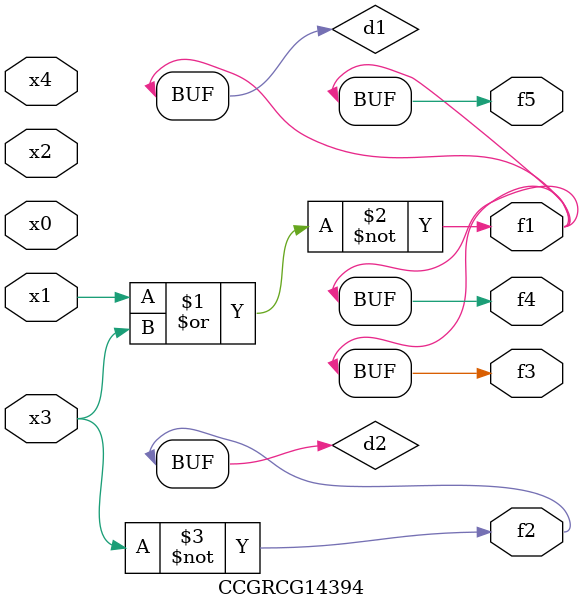
<source format=v>
module CCGRCG14394(
	input x0, x1, x2, x3, x4,
	output f1, f2, f3, f4, f5
);

	wire d1, d2;

	nor (d1, x1, x3);
	not (d2, x3);
	assign f1 = d1;
	assign f2 = d2;
	assign f3 = d1;
	assign f4 = d1;
	assign f5 = d1;
endmodule

</source>
